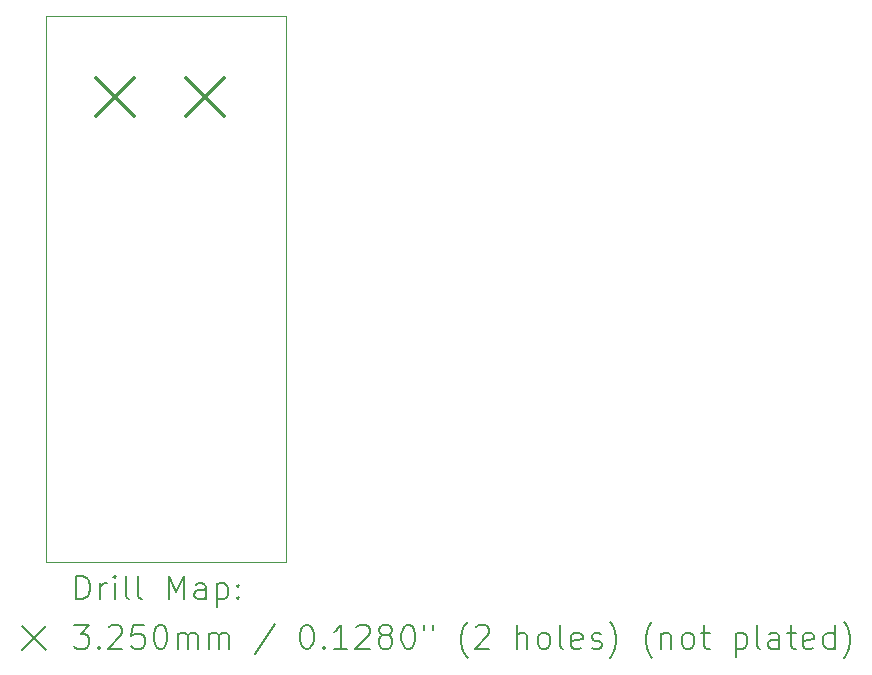
<source format=gbr>
%TF.GenerationSoftware,KiCad,Pcbnew,8.0.8*%
%TF.CreationDate,2025-05-02T07:16:06-04:00*%
%TF.ProjectId,DevBoard1,44657642-6f61-4726-9431-2e6b69636164,rev?*%
%TF.SameCoordinates,Original*%
%TF.FileFunction,Drillmap*%
%TF.FilePolarity,Positive*%
%FSLAX45Y45*%
G04 Gerber Fmt 4.5, Leading zero omitted, Abs format (unit mm)*
G04 Created by KiCad (PCBNEW 8.0.8) date 2025-05-02 07:16:06*
%MOMM*%
%LPD*%
G01*
G04 APERTURE LIST*
%ADD10C,0.050000*%
%ADD11C,0.200000*%
%ADD12C,0.325000*%
G04 APERTURE END LIST*
D10*
X8636000Y-4521200D02*
X10668000Y-4521200D01*
X10668000Y-9144000D01*
X8636000Y-9144000D01*
X8636000Y-4521200D01*
D11*
D12*
X9057700Y-5044500D02*
X9382700Y-5369500D01*
X9382700Y-5044500D02*
X9057700Y-5369500D01*
X9819700Y-5044500D02*
X10144700Y-5369500D01*
X10144700Y-5044500D02*
X9819700Y-5369500D01*
D11*
X8894277Y-9457984D02*
X8894277Y-9257984D01*
X8894277Y-9257984D02*
X8941896Y-9257984D01*
X8941896Y-9257984D02*
X8970467Y-9267508D01*
X8970467Y-9267508D02*
X8989515Y-9286555D01*
X8989515Y-9286555D02*
X8999039Y-9305603D01*
X8999039Y-9305603D02*
X9008563Y-9343698D01*
X9008563Y-9343698D02*
X9008563Y-9372270D01*
X9008563Y-9372270D02*
X8999039Y-9410365D01*
X8999039Y-9410365D02*
X8989515Y-9429412D01*
X8989515Y-9429412D02*
X8970467Y-9448460D01*
X8970467Y-9448460D02*
X8941896Y-9457984D01*
X8941896Y-9457984D02*
X8894277Y-9457984D01*
X9094277Y-9457984D02*
X9094277Y-9324650D01*
X9094277Y-9362746D02*
X9103801Y-9343698D01*
X9103801Y-9343698D02*
X9113324Y-9334174D01*
X9113324Y-9334174D02*
X9132372Y-9324650D01*
X9132372Y-9324650D02*
X9151420Y-9324650D01*
X9218086Y-9457984D02*
X9218086Y-9324650D01*
X9218086Y-9257984D02*
X9208563Y-9267508D01*
X9208563Y-9267508D02*
X9218086Y-9277031D01*
X9218086Y-9277031D02*
X9227610Y-9267508D01*
X9227610Y-9267508D02*
X9218086Y-9257984D01*
X9218086Y-9257984D02*
X9218086Y-9277031D01*
X9341896Y-9457984D02*
X9322848Y-9448460D01*
X9322848Y-9448460D02*
X9313324Y-9429412D01*
X9313324Y-9429412D02*
X9313324Y-9257984D01*
X9446658Y-9457984D02*
X9427610Y-9448460D01*
X9427610Y-9448460D02*
X9418086Y-9429412D01*
X9418086Y-9429412D02*
X9418086Y-9257984D01*
X9675229Y-9457984D02*
X9675229Y-9257984D01*
X9675229Y-9257984D02*
X9741896Y-9400841D01*
X9741896Y-9400841D02*
X9808563Y-9257984D01*
X9808563Y-9257984D02*
X9808563Y-9457984D01*
X9989515Y-9457984D02*
X9989515Y-9353222D01*
X9989515Y-9353222D02*
X9979991Y-9334174D01*
X9979991Y-9334174D02*
X9960944Y-9324650D01*
X9960944Y-9324650D02*
X9922848Y-9324650D01*
X9922848Y-9324650D02*
X9903801Y-9334174D01*
X9989515Y-9448460D02*
X9970467Y-9457984D01*
X9970467Y-9457984D02*
X9922848Y-9457984D01*
X9922848Y-9457984D02*
X9903801Y-9448460D01*
X9903801Y-9448460D02*
X9894277Y-9429412D01*
X9894277Y-9429412D02*
X9894277Y-9410365D01*
X9894277Y-9410365D02*
X9903801Y-9391317D01*
X9903801Y-9391317D02*
X9922848Y-9381793D01*
X9922848Y-9381793D02*
X9970467Y-9381793D01*
X9970467Y-9381793D02*
X9989515Y-9372270D01*
X10084753Y-9324650D02*
X10084753Y-9524650D01*
X10084753Y-9334174D02*
X10103801Y-9324650D01*
X10103801Y-9324650D02*
X10141896Y-9324650D01*
X10141896Y-9324650D02*
X10160944Y-9334174D01*
X10160944Y-9334174D02*
X10170467Y-9343698D01*
X10170467Y-9343698D02*
X10179991Y-9362746D01*
X10179991Y-9362746D02*
X10179991Y-9419889D01*
X10179991Y-9419889D02*
X10170467Y-9438936D01*
X10170467Y-9438936D02*
X10160944Y-9448460D01*
X10160944Y-9448460D02*
X10141896Y-9457984D01*
X10141896Y-9457984D02*
X10103801Y-9457984D01*
X10103801Y-9457984D02*
X10084753Y-9448460D01*
X10265705Y-9438936D02*
X10275229Y-9448460D01*
X10275229Y-9448460D02*
X10265705Y-9457984D01*
X10265705Y-9457984D02*
X10256182Y-9448460D01*
X10256182Y-9448460D02*
X10265705Y-9438936D01*
X10265705Y-9438936D02*
X10265705Y-9457984D01*
X10265705Y-9334174D02*
X10275229Y-9343698D01*
X10275229Y-9343698D02*
X10265705Y-9353222D01*
X10265705Y-9353222D02*
X10256182Y-9343698D01*
X10256182Y-9343698D02*
X10265705Y-9334174D01*
X10265705Y-9334174D02*
X10265705Y-9353222D01*
X8433500Y-9686500D02*
X8633500Y-9886500D01*
X8633500Y-9686500D02*
X8433500Y-9886500D01*
X8875229Y-9677984D02*
X8999039Y-9677984D01*
X8999039Y-9677984D02*
X8932372Y-9754174D01*
X8932372Y-9754174D02*
X8960944Y-9754174D01*
X8960944Y-9754174D02*
X8979991Y-9763698D01*
X8979991Y-9763698D02*
X8989515Y-9773222D01*
X8989515Y-9773222D02*
X8999039Y-9792270D01*
X8999039Y-9792270D02*
X8999039Y-9839889D01*
X8999039Y-9839889D02*
X8989515Y-9858936D01*
X8989515Y-9858936D02*
X8979991Y-9868460D01*
X8979991Y-9868460D02*
X8960944Y-9877984D01*
X8960944Y-9877984D02*
X8903801Y-9877984D01*
X8903801Y-9877984D02*
X8884753Y-9868460D01*
X8884753Y-9868460D02*
X8875229Y-9858936D01*
X9084753Y-9858936D02*
X9094277Y-9868460D01*
X9094277Y-9868460D02*
X9084753Y-9877984D01*
X9084753Y-9877984D02*
X9075229Y-9868460D01*
X9075229Y-9868460D02*
X9084753Y-9858936D01*
X9084753Y-9858936D02*
X9084753Y-9877984D01*
X9170467Y-9697031D02*
X9179991Y-9687508D01*
X9179991Y-9687508D02*
X9199039Y-9677984D01*
X9199039Y-9677984D02*
X9246658Y-9677984D01*
X9246658Y-9677984D02*
X9265705Y-9687508D01*
X9265705Y-9687508D02*
X9275229Y-9697031D01*
X9275229Y-9697031D02*
X9284753Y-9716079D01*
X9284753Y-9716079D02*
X9284753Y-9735127D01*
X9284753Y-9735127D02*
X9275229Y-9763698D01*
X9275229Y-9763698D02*
X9160944Y-9877984D01*
X9160944Y-9877984D02*
X9284753Y-9877984D01*
X9465705Y-9677984D02*
X9370467Y-9677984D01*
X9370467Y-9677984D02*
X9360944Y-9773222D01*
X9360944Y-9773222D02*
X9370467Y-9763698D01*
X9370467Y-9763698D02*
X9389515Y-9754174D01*
X9389515Y-9754174D02*
X9437134Y-9754174D01*
X9437134Y-9754174D02*
X9456182Y-9763698D01*
X9456182Y-9763698D02*
X9465705Y-9773222D01*
X9465705Y-9773222D02*
X9475229Y-9792270D01*
X9475229Y-9792270D02*
X9475229Y-9839889D01*
X9475229Y-9839889D02*
X9465705Y-9858936D01*
X9465705Y-9858936D02*
X9456182Y-9868460D01*
X9456182Y-9868460D02*
X9437134Y-9877984D01*
X9437134Y-9877984D02*
X9389515Y-9877984D01*
X9389515Y-9877984D02*
X9370467Y-9868460D01*
X9370467Y-9868460D02*
X9360944Y-9858936D01*
X9599039Y-9677984D02*
X9618086Y-9677984D01*
X9618086Y-9677984D02*
X9637134Y-9687508D01*
X9637134Y-9687508D02*
X9646658Y-9697031D01*
X9646658Y-9697031D02*
X9656182Y-9716079D01*
X9656182Y-9716079D02*
X9665705Y-9754174D01*
X9665705Y-9754174D02*
X9665705Y-9801793D01*
X9665705Y-9801793D02*
X9656182Y-9839889D01*
X9656182Y-9839889D02*
X9646658Y-9858936D01*
X9646658Y-9858936D02*
X9637134Y-9868460D01*
X9637134Y-9868460D02*
X9618086Y-9877984D01*
X9618086Y-9877984D02*
X9599039Y-9877984D01*
X9599039Y-9877984D02*
X9579991Y-9868460D01*
X9579991Y-9868460D02*
X9570467Y-9858936D01*
X9570467Y-9858936D02*
X9560944Y-9839889D01*
X9560944Y-9839889D02*
X9551420Y-9801793D01*
X9551420Y-9801793D02*
X9551420Y-9754174D01*
X9551420Y-9754174D02*
X9560944Y-9716079D01*
X9560944Y-9716079D02*
X9570467Y-9697031D01*
X9570467Y-9697031D02*
X9579991Y-9687508D01*
X9579991Y-9687508D02*
X9599039Y-9677984D01*
X9751420Y-9877984D02*
X9751420Y-9744650D01*
X9751420Y-9763698D02*
X9760944Y-9754174D01*
X9760944Y-9754174D02*
X9779991Y-9744650D01*
X9779991Y-9744650D02*
X9808563Y-9744650D01*
X9808563Y-9744650D02*
X9827610Y-9754174D01*
X9827610Y-9754174D02*
X9837134Y-9773222D01*
X9837134Y-9773222D02*
X9837134Y-9877984D01*
X9837134Y-9773222D02*
X9846658Y-9754174D01*
X9846658Y-9754174D02*
X9865705Y-9744650D01*
X9865705Y-9744650D02*
X9894277Y-9744650D01*
X9894277Y-9744650D02*
X9913325Y-9754174D01*
X9913325Y-9754174D02*
X9922848Y-9773222D01*
X9922848Y-9773222D02*
X9922848Y-9877984D01*
X10018086Y-9877984D02*
X10018086Y-9744650D01*
X10018086Y-9763698D02*
X10027610Y-9754174D01*
X10027610Y-9754174D02*
X10046658Y-9744650D01*
X10046658Y-9744650D02*
X10075229Y-9744650D01*
X10075229Y-9744650D02*
X10094277Y-9754174D01*
X10094277Y-9754174D02*
X10103801Y-9773222D01*
X10103801Y-9773222D02*
X10103801Y-9877984D01*
X10103801Y-9773222D02*
X10113325Y-9754174D01*
X10113325Y-9754174D02*
X10132372Y-9744650D01*
X10132372Y-9744650D02*
X10160944Y-9744650D01*
X10160944Y-9744650D02*
X10179991Y-9754174D01*
X10179991Y-9754174D02*
X10189515Y-9773222D01*
X10189515Y-9773222D02*
X10189515Y-9877984D01*
X10579991Y-9668460D02*
X10408563Y-9925603D01*
X10837134Y-9677984D02*
X10856182Y-9677984D01*
X10856182Y-9677984D02*
X10875229Y-9687508D01*
X10875229Y-9687508D02*
X10884753Y-9697031D01*
X10884753Y-9697031D02*
X10894277Y-9716079D01*
X10894277Y-9716079D02*
X10903801Y-9754174D01*
X10903801Y-9754174D02*
X10903801Y-9801793D01*
X10903801Y-9801793D02*
X10894277Y-9839889D01*
X10894277Y-9839889D02*
X10884753Y-9858936D01*
X10884753Y-9858936D02*
X10875229Y-9868460D01*
X10875229Y-9868460D02*
X10856182Y-9877984D01*
X10856182Y-9877984D02*
X10837134Y-9877984D01*
X10837134Y-9877984D02*
X10818087Y-9868460D01*
X10818087Y-9868460D02*
X10808563Y-9858936D01*
X10808563Y-9858936D02*
X10799039Y-9839889D01*
X10799039Y-9839889D02*
X10789515Y-9801793D01*
X10789515Y-9801793D02*
X10789515Y-9754174D01*
X10789515Y-9754174D02*
X10799039Y-9716079D01*
X10799039Y-9716079D02*
X10808563Y-9697031D01*
X10808563Y-9697031D02*
X10818087Y-9687508D01*
X10818087Y-9687508D02*
X10837134Y-9677984D01*
X10989515Y-9858936D02*
X10999039Y-9868460D01*
X10999039Y-9868460D02*
X10989515Y-9877984D01*
X10989515Y-9877984D02*
X10979991Y-9868460D01*
X10979991Y-9868460D02*
X10989515Y-9858936D01*
X10989515Y-9858936D02*
X10989515Y-9877984D01*
X11189515Y-9877984D02*
X11075229Y-9877984D01*
X11132372Y-9877984D02*
X11132372Y-9677984D01*
X11132372Y-9677984D02*
X11113325Y-9706555D01*
X11113325Y-9706555D02*
X11094277Y-9725603D01*
X11094277Y-9725603D02*
X11075229Y-9735127D01*
X11265706Y-9697031D02*
X11275229Y-9687508D01*
X11275229Y-9687508D02*
X11294277Y-9677984D01*
X11294277Y-9677984D02*
X11341896Y-9677984D01*
X11341896Y-9677984D02*
X11360944Y-9687508D01*
X11360944Y-9687508D02*
X11370467Y-9697031D01*
X11370467Y-9697031D02*
X11379991Y-9716079D01*
X11379991Y-9716079D02*
X11379991Y-9735127D01*
X11379991Y-9735127D02*
X11370467Y-9763698D01*
X11370467Y-9763698D02*
X11256182Y-9877984D01*
X11256182Y-9877984D02*
X11379991Y-9877984D01*
X11494277Y-9763698D02*
X11475229Y-9754174D01*
X11475229Y-9754174D02*
X11465706Y-9744650D01*
X11465706Y-9744650D02*
X11456182Y-9725603D01*
X11456182Y-9725603D02*
X11456182Y-9716079D01*
X11456182Y-9716079D02*
X11465706Y-9697031D01*
X11465706Y-9697031D02*
X11475229Y-9687508D01*
X11475229Y-9687508D02*
X11494277Y-9677984D01*
X11494277Y-9677984D02*
X11532372Y-9677984D01*
X11532372Y-9677984D02*
X11551420Y-9687508D01*
X11551420Y-9687508D02*
X11560944Y-9697031D01*
X11560944Y-9697031D02*
X11570467Y-9716079D01*
X11570467Y-9716079D02*
X11570467Y-9725603D01*
X11570467Y-9725603D02*
X11560944Y-9744650D01*
X11560944Y-9744650D02*
X11551420Y-9754174D01*
X11551420Y-9754174D02*
X11532372Y-9763698D01*
X11532372Y-9763698D02*
X11494277Y-9763698D01*
X11494277Y-9763698D02*
X11475229Y-9773222D01*
X11475229Y-9773222D02*
X11465706Y-9782746D01*
X11465706Y-9782746D02*
X11456182Y-9801793D01*
X11456182Y-9801793D02*
X11456182Y-9839889D01*
X11456182Y-9839889D02*
X11465706Y-9858936D01*
X11465706Y-9858936D02*
X11475229Y-9868460D01*
X11475229Y-9868460D02*
X11494277Y-9877984D01*
X11494277Y-9877984D02*
X11532372Y-9877984D01*
X11532372Y-9877984D02*
X11551420Y-9868460D01*
X11551420Y-9868460D02*
X11560944Y-9858936D01*
X11560944Y-9858936D02*
X11570467Y-9839889D01*
X11570467Y-9839889D02*
X11570467Y-9801793D01*
X11570467Y-9801793D02*
X11560944Y-9782746D01*
X11560944Y-9782746D02*
X11551420Y-9773222D01*
X11551420Y-9773222D02*
X11532372Y-9763698D01*
X11694277Y-9677984D02*
X11713325Y-9677984D01*
X11713325Y-9677984D02*
X11732372Y-9687508D01*
X11732372Y-9687508D02*
X11741896Y-9697031D01*
X11741896Y-9697031D02*
X11751420Y-9716079D01*
X11751420Y-9716079D02*
X11760944Y-9754174D01*
X11760944Y-9754174D02*
X11760944Y-9801793D01*
X11760944Y-9801793D02*
X11751420Y-9839889D01*
X11751420Y-9839889D02*
X11741896Y-9858936D01*
X11741896Y-9858936D02*
X11732372Y-9868460D01*
X11732372Y-9868460D02*
X11713325Y-9877984D01*
X11713325Y-9877984D02*
X11694277Y-9877984D01*
X11694277Y-9877984D02*
X11675229Y-9868460D01*
X11675229Y-9868460D02*
X11665706Y-9858936D01*
X11665706Y-9858936D02*
X11656182Y-9839889D01*
X11656182Y-9839889D02*
X11646658Y-9801793D01*
X11646658Y-9801793D02*
X11646658Y-9754174D01*
X11646658Y-9754174D02*
X11656182Y-9716079D01*
X11656182Y-9716079D02*
X11665706Y-9697031D01*
X11665706Y-9697031D02*
X11675229Y-9687508D01*
X11675229Y-9687508D02*
X11694277Y-9677984D01*
X11837134Y-9677984D02*
X11837134Y-9716079D01*
X11913325Y-9677984D02*
X11913325Y-9716079D01*
X12208563Y-9954174D02*
X12199039Y-9944650D01*
X12199039Y-9944650D02*
X12179991Y-9916079D01*
X12179991Y-9916079D02*
X12170468Y-9897031D01*
X12170468Y-9897031D02*
X12160944Y-9868460D01*
X12160944Y-9868460D02*
X12151420Y-9820841D01*
X12151420Y-9820841D02*
X12151420Y-9782746D01*
X12151420Y-9782746D02*
X12160944Y-9735127D01*
X12160944Y-9735127D02*
X12170468Y-9706555D01*
X12170468Y-9706555D02*
X12179991Y-9687508D01*
X12179991Y-9687508D02*
X12199039Y-9658936D01*
X12199039Y-9658936D02*
X12208563Y-9649412D01*
X12275229Y-9697031D02*
X12284753Y-9687508D01*
X12284753Y-9687508D02*
X12303801Y-9677984D01*
X12303801Y-9677984D02*
X12351420Y-9677984D01*
X12351420Y-9677984D02*
X12370468Y-9687508D01*
X12370468Y-9687508D02*
X12379991Y-9697031D01*
X12379991Y-9697031D02*
X12389515Y-9716079D01*
X12389515Y-9716079D02*
X12389515Y-9735127D01*
X12389515Y-9735127D02*
X12379991Y-9763698D01*
X12379991Y-9763698D02*
X12265706Y-9877984D01*
X12265706Y-9877984D02*
X12389515Y-9877984D01*
X12627610Y-9877984D02*
X12627610Y-9677984D01*
X12713325Y-9877984D02*
X12713325Y-9773222D01*
X12713325Y-9773222D02*
X12703801Y-9754174D01*
X12703801Y-9754174D02*
X12684753Y-9744650D01*
X12684753Y-9744650D02*
X12656182Y-9744650D01*
X12656182Y-9744650D02*
X12637134Y-9754174D01*
X12637134Y-9754174D02*
X12627610Y-9763698D01*
X12837134Y-9877984D02*
X12818087Y-9868460D01*
X12818087Y-9868460D02*
X12808563Y-9858936D01*
X12808563Y-9858936D02*
X12799039Y-9839889D01*
X12799039Y-9839889D02*
X12799039Y-9782746D01*
X12799039Y-9782746D02*
X12808563Y-9763698D01*
X12808563Y-9763698D02*
X12818087Y-9754174D01*
X12818087Y-9754174D02*
X12837134Y-9744650D01*
X12837134Y-9744650D02*
X12865706Y-9744650D01*
X12865706Y-9744650D02*
X12884753Y-9754174D01*
X12884753Y-9754174D02*
X12894277Y-9763698D01*
X12894277Y-9763698D02*
X12903801Y-9782746D01*
X12903801Y-9782746D02*
X12903801Y-9839889D01*
X12903801Y-9839889D02*
X12894277Y-9858936D01*
X12894277Y-9858936D02*
X12884753Y-9868460D01*
X12884753Y-9868460D02*
X12865706Y-9877984D01*
X12865706Y-9877984D02*
X12837134Y-9877984D01*
X13018087Y-9877984D02*
X12999039Y-9868460D01*
X12999039Y-9868460D02*
X12989515Y-9849412D01*
X12989515Y-9849412D02*
X12989515Y-9677984D01*
X13170468Y-9868460D02*
X13151420Y-9877984D01*
X13151420Y-9877984D02*
X13113325Y-9877984D01*
X13113325Y-9877984D02*
X13094277Y-9868460D01*
X13094277Y-9868460D02*
X13084753Y-9849412D01*
X13084753Y-9849412D02*
X13084753Y-9773222D01*
X13084753Y-9773222D02*
X13094277Y-9754174D01*
X13094277Y-9754174D02*
X13113325Y-9744650D01*
X13113325Y-9744650D02*
X13151420Y-9744650D01*
X13151420Y-9744650D02*
X13170468Y-9754174D01*
X13170468Y-9754174D02*
X13179991Y-9773222D01*
X13179991Y-9773222D02*
X13179991Y-9792270D01*
X13179991Y-9792270D02*
X13084753Y-9811317D01*
X13256182Y-9868460D02*
X13275230Y-9877984D01*
X13275230Y-9877984D02*
X13313325Y-9877984D01*
X13313325Y-9877984D02*
X13332372Y-9868460D01*
X13332372Y-9868460D02*
X13341896Y-9849412D01*
X13341896Y-9849412D02*
X13341896Y-9839889D01*
X13341896Y-9839889D02*
X13332372Y-9820841D01*
X13332372Y-9820841D02*
X13313325Y-9811317D01*
X13313325Y-9811317D02*
X13284753Y-9811317D01*
X13284753Y-9811317D02*
X13265706Y-9801793D01*
X13265706Y-9801793D02*
X13256182Y-9782746D01*
X13256182Y-9782746D02*
X13256182Y-9773222D01*
X13256182Y-9773222D02*
X13265706Y-9754174D01*
X13265706Y-9754174D02*
X13284753Y-9744650D01*
X13284753Y-9744650D02*
X13313325Y-9744650D01*
X13313325Y-9744650D02*
X13332372Y-9754174D01*
X13408563Y-9954174D02*
X13418087Y-9944650D01*
X13418087Y-9944650D02*
X13437134Y-9916079D01*
X13437134Y-9916079D02*
X13446658Y-9897031D01*
X13446658Y-9897031D02*
X13456182Y-9868460D01*
X13456182Y-9868460D02*
X13465706Y-9820841D01*
X13465706Y-9820841D02*
X13465706Y-9782746D01*
X13465706Y-9782746D02*
X13456182Y-9735127D01*
X13456182Y-9735127D02*
X13446658Y-9706555D01*
X13446658Y-9706555D02*
X13437134Y-9687508D01*
X13437134Y-9687508D02*
X13418087Y-9658936D01*
X13418087Y-9658936D02*
X13408563Y-9649412D01*
X13770468Y-9954174D02*
X13760944Y-9944650D01*
X13760944Y-9944650D02*
X13741896Y-9916079D01*
X13741896Y-9916079D02*
X13732372Y-9897031D01*
X13732372Y-9897031D02*
X13722849Y-9868460D01*
X13722849Y-9868460D02*
X13713325Y-9820841D01*
X13713325Y-9820841D02*
X13713325Y-9782746D01*
X13713325Y-9782746D02*
X13722849Y-9735127D01*
X13722849Y-9735127D02*
X13732372Y-9706555D01*
X13732372Y-9706555D02*
X13741896Y-9687508D01*
X13741896Y-9687508D02*
X13760944Y-9658936D01*
X13760944Y-9658936D02*
X13770468Y-9649412D01*
X13846658Y-9744650D02*
X13846658Y-9877984D01*
X13846658Y-9763698D02*
X13856182Y-9754174D01*
X13856182Y-9754174D02*
X13875230Y-9744650D01*
X13875230Y-9744650D02*
X13903801Y-9744650D01*
X13903801Y-9744650D02*
X13922849Y-9754174D01*
X13922849Y-9754174D02*
X13932372Y-9773222D01*
X13932372Y-9773222D02*
X13932372Y-9877984D01*
X14056182Y-9877984D02*
X14037134Y-9868460D01*
X14037134Y-9868460D02*
X14027611Y-9858936D01*
X14027611Y-9858936D02*
X14018087Y-9839889D01*
X14018087Y-9839889D02*
X14018087Y-9782746D01*
X14018087Y-9782746D02*
X14027611Y-9763698D01*
X14027611Y-9763698D02*
X14037134Y-9754174D01*
X14037134Y-9754174D02*
X14056182Y-9744650D01*
X14056182Y-9744650D02*
X14084753Y-9744650D01*
X14084753Y-9744650D02*
X14103801Y-9754174D01*
X14103801Y-9754174D02*
X14113325Y-9763698D01*
X14113325Y-9763698D02*
X14122849Y-9782746D01*
X14122849Y-9782746D02*
X14122849Y-9839889D01*
X14122849Y-9839889D02*
X14113325Y-9858936D01*
X14113325Y-9858936D02*
X14103801Y-9868460D01*
X14103801Y-9868460D02*
X14084753Y-9877984D01*
X14084753Y-9877984D02*
X14056182Y-9877984D01*
X14179992Y-9744650D02*
X14256182Y-9744650D01*
X14208563Y-9677984D02*
X14208563Y-9849412D01*
X14208563Y-9849412D02*
X14218087Y-9868460D01*
X14218087Y-9868460D02*
X14237134Y-9877984D01*
X14237134Y-9877984D02*
X14256182Y-9877984D01*
X14475230Y-9744650D02*
X14475230Y-9944650D01*
X14475230Y-9754174D02*
X14494277Y-9744650D01*
X14494277Y-9744650D02*
X14532373Y-9744650D01*
X14532373Y-9744650D02*
X14551420Y-9754174D01*
X14551420Y-9754174D02*
X14560944Y-9763698D01*
X14560944Y-9763698D02*
X14570468Y-9782746D01*
X14570468Y-9782746D02*
X14570468Y-9839889D01*
X14570468Y-9839889D02*
X14560944Y-9858936D01*
X14560944Y-9858936D02*
X14551420Y-9868460D01*
X14551420Y-9868460D02*
X14532373Y-9877984D01*
X14532373Y-9877984D02*
X14494277Y-9877984D01*
X14494277Y-9877984D02*
X14475230Y-9868460D01*
X14684753Y-9877984D02*
X14665706Y-9868460D01*
X14665706Y-9868460D02*
X14656182Y-9849412D01*
X14656182Y-9849412D02*
X14656182Y-9677984D01*
X14846658Y-9877984D02*
X14846658Y-9773222D01*
X14846658Y-9773222D02*
X14837134Y-9754174D01*
X14837134Y-9754174D02*
X14818087Y-9744650D01*
X14818087Y-9744650D02*
X14779992Y-9744650D01*
X14779992Y-9744650D02*
X14760944Y-9754174D01*
X14846658Y-9868460D02*
X14827611Y-9877984D01*
X14827611Y-9877984D02*
X14779992Y-9877984D01*
X14779992Y-9877984D02*
X14760944Y-9868460D01*
X14760944Y-9868460D02*
X14751420Y-9849412D01*
X14751420Y-9849412D02*
X14751420Y-9830365D01*
X14751420Y-9830365D02*
X14760944Y-9811317D01*
X14760944Y-9811317D02*
X14779992Y-9801793D01*
X14779992Y-9801793D02*
X14827611Y-9801793D01*
X14827611Y-9801793D02*
X14846658Y-9792270D01*
X14913325Y-9744650D02*
X14989515Y-9744650D01*
X14941896Y-9677984D02*
X14941896Y-9849412D01*
X14941896Y-9849412D02*
X14951420Y-9868460D01*
X14951420Y-9868460D02*
X14970468Y-9877984D01*
X14970468Y-9877984D02*
X14989515Y-9877984D01*
X15132373Y-9868460D02*
X15113325Y-9877984D01*
X15113325Y-9877984D02*
X15075230Y-9877984D01*
X15075230Y-9877984D02*
X15056182Y-9868460D01*
X15056182Y-9868460D02*
X15046658Y-9849412D01*
X15046658Y-9849412D02*
X15046658Y-9773222D01*
X15046658Y-9773222D02*
X15056182Y-9754174D01*
X15056182Y-9754174D02*
X15075230Y-9744650D01*
X15075230Y-9744650D02*
X15113325Y-9744650D01*
X15113325Y-9744650D02*
X15132373Y-9754174D01*
X15132373Y-9754174D02*
X15141896Y-9773222D01*
X15141896Y-9773222D02*
X15141896Y-9792270D01*
X15141896Y-9792270D02*
X15046658Y-9811317D01*
X15313325Y-9877984D02*
X15313325Y-9677984D01*
X15313325Y-9868460D02*
X15294277Y-9877984D01*
X15294277Y-9877984D02*
X15256182Y-9877984D01*
X15256182Y-9877984D02*
X15237134Y-9868460D01*
X15237134Y-9868460D02*
X15227611Y-9858936D01*
X15227611Y-9858936D02*
X15218087Y-9839889D01*
X15218087Y-9839889D02*
X15218087Y-9782746D01*
X15218087Y-9782746D02*
X15227611Y-9763698D01*
X15227611Y-9763698D02*
X15237134Y-9754174D01*
X15237134Y-9754174D02*
X15256182Y-9744650D01*
X15256182Y-9744650D02*
X15294277Y-9744650D01*
X15294277Y-9744650D02*
X15313325Y-9754174D01*
X15389515Y-9954174D02*
X15399039Y-9944650D01*
X15399039Y-9944650D02*
X15418087Y-9916079D01*
X15418087Y-9916079D02*
X15427611Y-9897031D01*
X15427611Y-9897031D02*
X15437134Y-9868460D01*
X15437134Y-9868460D02*
X15446658Y-9820841D01*
X15446658Y-9820841D02*
X15446658Y-9782746D01*
X15446658Y-9782746D02*
X15437134Y-9735127D01*
X15437134Y-9735127D02*
X15427611Y-9706555D01*
X15427611Y-9706555D02*
X15418087Y-9687508D01*
X15418087Y-9687508D02*
X15399039Y-9658936D01*
X15399039Y-9658936D02*
X15389515Y-9649412D01*
M02*

</source>
